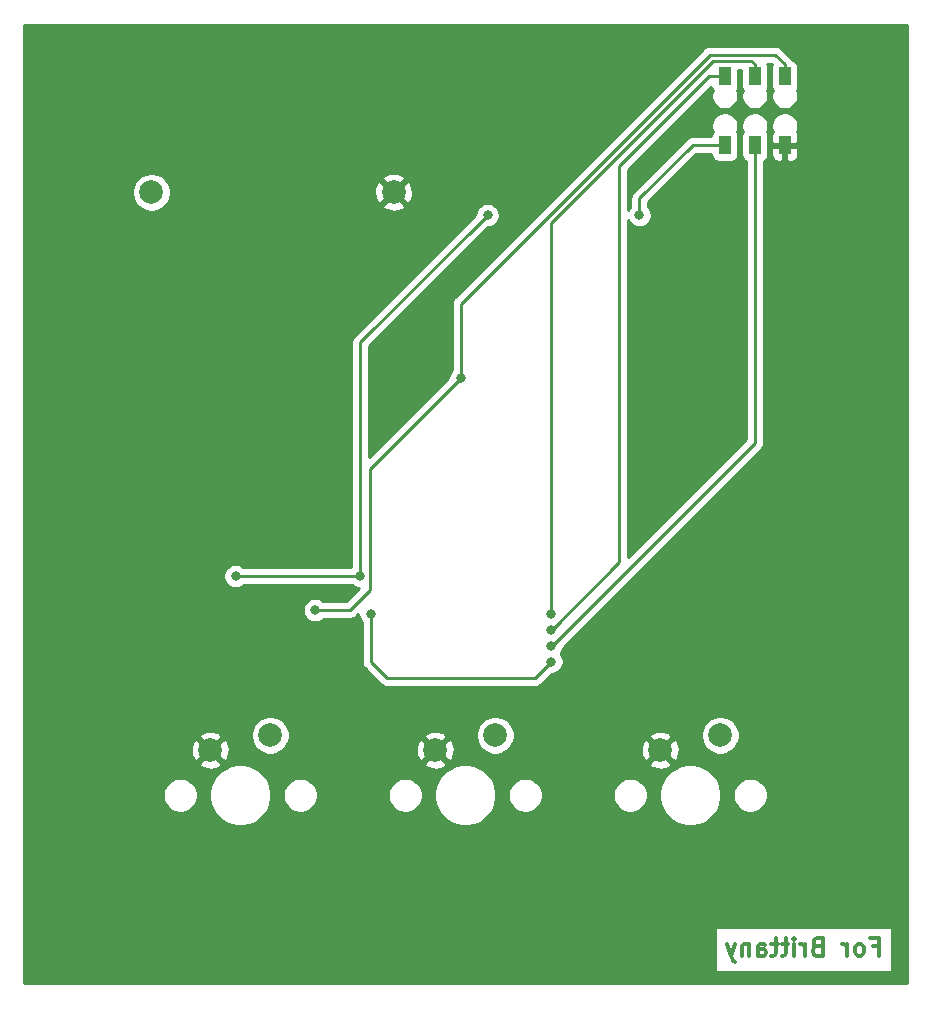
<source format=gbr>
G04 #@! TF.GenerationSoftware,KiCad,Pcbnew,(5.1.5)-3*
G04 #@! TF.CreationDate,2021-01-15T00:08:51-08:00*
G04 #@! TF.ProjectId,KHP2100,4b485032-3130-4302-9e6b-696361645f70,NC*
G04 #@! TF.SameCoordinates,Original*
G04 #@! TF.FileFunction,Copper,L2,Bot*
G04 #@! TF.FilePolarity,Positive*
%FSLAX46Y46*%
G04 Gerber Fmt 4.6, Leading zero omitted, Abs format (unit mm)*
G04 Created by KiCad (PCBNEW (5.1.5)-3) date 2021-01-15 00:08:51*
%MOMM*%
%LPD*%
G04 APERTURE LIST*
%ADD10C,0.300000*%
%ADD11C,2.000000*%
%ADD12R,1.000000X1.560000*%
%ADD13C,0.800000*%
%ADD14C,0.250000*%
%ADD15C,0.254000*%
G04 APERTURE END LIST*
D10*
X182641142Y-130982257D02*
X183141142Y-130982257D01*
X183141142Y-131767971D02*
X183141142Y-130267971D01*
X182426857Y-130267971D01*
X181641142Y-131767971D02*
X181784000Y-131696542D01*
X181855428Y-131625114D01*
X181926857Y-131482257D01*
X181926857Y-131053685D01*
X181855428Y-130910828D01*
X181784000Y-130839400D01*
X181641142Y-130767971D01*
X181426857Y-130767971D01*
X181284000Y-130839400D01*
X181212571Y-130910828D01*
X181141142Y-131053685D01*
X181141142Y-131482257D01*
X181212571Y-131625114D01*
X181284000Y-131696542D01*
X181426857Y-131767971D01*
X181641142Y-131767971D01*
X180498285Y-131767971D02*
X180498285Y-130767971D01*
X180498285Y-131053685D02*
X180426857Y-130910828D01*
X180355428Y-130839400D01*
X180212571Y-130767971D01*
X180069714Y-130767971D01*
X177926857Y-130982257D02*
X177712571Y-131053685D01*
X177641142Y-131125114D01*
X177569714Y-131267971D01*
X177569714Y-131482257D01*
X177641142Y-131625114D01*
X177712571Y-131696542D01*
X177855428Y-131767971D01*
X178426857Y-131767971D01*
X178426857Y-130267971D01*
X177926857Y-130267971D01*
X177784000Y-130339400D01*
X177712571Y-130410828D01*
X177641142Y-130553685D01*
X177641142Y-130696542D01*
X177712571Y-130839400D01*
X177784000Y-130910828D01*
X177926857Y-130982257D01*
X178426857Y-130982257D01*
X176926857Y-131767971D02*
X176926857Y-130767971D01*
X176926857Y-131053685D02*
X176855428Y-130910828D01*
X176784000Y-130839400D01*
X176641142Y-130767971D01*
X176498285Y-130767971D01*
X175998285Y-131767971D02*
X175998285Y-130767971D01*
X175998285Y-130267971D02*
X176069714Y-130339400D01*
X175998285Y-130410828D01*
X175926857Y-130339400D01*
X175998285Y-130267971D01*
X175998285Y-130410828D01*
X175498285Y-130767971D02*
X174926857Y-130767971D01*
X175284000Y-130267971D02*
X175284000Y-131553685D01*
X175212571Y-131696542D01*
X175069714Y-131767971D01*
X174926857Y-131767971D01*
X174641142Y-130767971D02*
X174069714Y-130767971D01*
X174426857Y-130267971D02*
X174426857Y-131553685D01*
X174355428Y-131696542D01*
X174212571Y-131767971D01*
X174069714Y-131767971D01*
X172926857Y-131767971D02*
X172926857Y-130982257D01*
X172998285Y-130839400D01*
X173141142Y-130767971D01*
X173426857Y-130767971D01*
X173569714Y-130839400D01*
X172926857Y-131696542D02*
X173069714Y-131767971D01*
X173426857Y-131767971D01*
X173569714Y-131696542D01*
X173641142Y-131553685D01*
X173641142Y-131410828D01*
X173569714Y-131267971D01*
X173426857Y-131196542D01*
X173069714Y-131196542D01*
X172926857Y-131125114D01*
X172212571Y-130767971D02*
X172212571Y-131767971D01*
X172212571Y-130910828D02*
X172141142Y-130839400D01*
X171998285Y-130767971D01*
X171784000Y-130767971D01*
X171641142Y-130839400D01*
X171569714Y-130982257D01*
X171569714Y-131767971D01*
X170998285Y-130767971D02*
X170641142Y-131767971D01*
X170284000Y-130767971D02*
X170641142Y-131767971D01*
X170784000Y-132125114D01*
X170855428Y-132196542D01*
X170998285Y-132267971D01*
D11*
X142082050Y-67126267D03*
X121582050Y-67126267D03*
D12*
X175198900Y-57318200D03*
X172658900Y-57318200D03*
X170118900Y-57318200D03*
X175198900Y-63128200D03*
X172658900Y-63128200D03*
X170118900Y-63128200D03*
D11*
X131643050Y-113093100D03*
X126563050Y-114363100D03*
X150693050Y-113093100D03*
X145613050Y-114363100D03*
X169737900Y-113093100D03*
X164657900Y-114363100D03*
D13*
X147753050Y-82878950D03*
X135432800Y-102501600D03*
X139268200Y-99618800D03*
X162897500Y-69062600D03*
X128710200Y-99618800D03*
X150037800Y-69062616D03*
X155448000Y-105505732D03*
X155448000Y-104153666D03*
X155448000Y-102801600D03*
X140131800Y-102801600D03*
X155448000Y-106857800D03*
D14*
X175198900Y-56288200D02*
X175198900Y-57318200D01*
X174384300Y-55473600D02*
X175198900Y-56288200D01*
X147753050Y-82878950D02*
X147753050Y-76554350D01*
X168833800Y-55473600D02*
X174384300Y-55473600D01*
X147753050Y-76554350D02*
X168833800Y-55473600D01*
X140106400Y-90525600D02*
X147753050Y-82878950D01*
X140106400Y-100761800D02*
X140106400Y-90525600D01*
X135432800Y-102501600D02*
X138366600Y-102501600D01*
X138366600Y-102501600D02*
X140106400Y-100761800D01*
X170118900Y-63128200D02*
X167402200Y-63128200D01*
X139268200Y-99618800D02*
X139268200Y-79832216D01*
X139268200Y-79832216D02*
X149637801Y-69462615D01*
X149637801Y-69462615D02*
X150037800Y-69062616D01*
X162897500Y-67632900D02*
X162897500Y-69037200D01*
X167411400Y-63119000D02*
X162897500Y-67632900D01*
X139268200Y-99618800D02*
X128710200Y-99618800D01*
X155504668Y-105505732D02*
X155448000Y-105505732D01*
X172658900Y-63128200D02*
X172658900Y-88351500D01*
X172658900Y-88351500D02*
X155504668Y-105505732D01*
X161188400Y-98450400D02*
X161188400Y-64897000D01*
X168767200Y-57318200D02*
X170118900Y-57318200D01*
X155448000Y-104153666D02*
X155485134Y-104153666D01*
X161188400Y-64897000D02*
X168767200Y-57318200D01*
X155485134Y-104153666D02*
X161188400Y-98450400D01*
X172658900Y-56288200D02*
X172658900Y-57318200D01*
X172377700Y-56007000D02*
X172658900Y-56288200D01*
X169138600Y-56007000D02*
X172377700Y-56007000D01*
X155448000Y-102743000D02*
X155448000Y-69697600D01*
X155448000Y-69697600D02*
X169138600Y-56007000D01*
X154076400Y-108229400D02*
X155448000Y-106857800D01*
X141503400Y-108229400D02*
X154076400Y-108229400D01*
X140131800Y-102801600D02*
X140131800Y-106857800D01*
X140131800Y-106857800D02*
X141503400Y-108229400D01*
D15*
G36*
X185543051Y-134113200D02*
G01*
X110763050Y-134113200D01*
X110763050Y-129299400D01*
X169284715Y-129299400D01*
X169284715Y-133119400D01*
X184283286Y-133119400D01*
X184283286Y-129299400D01*
X169284715Y-129299400D01*
X110763050Y-129299400D01*
X110763050Y-118026752D01*
X122537150Y-118026752D01*
X122537150Y-118319448D01*
X122594252Y-118606521D01*
X122706262Y-118876938D01*
X122868876Y-119120306D01*
X123075844Y-119327274D01*
X123319212Y-119489888D01*
X123589629Y-119601898D01*
X123876702Y-119659000D01*
X124169398Y-119659000D01*
X124456471Y-119601898D01*
X124726888Y-119489888D01*
X124970256Y-119327274D01*
X125177224Y-119120306D01*
X125339838Y-118876938D01*
X125451848Y-118606521D01*
X125508950Y-118319448D01*
X125508950Y-118026752D01*
X125486558Y-117914176D01*
X126474150Y-117914176D01*
X126474150Y-118432024D01*
X126575177Y-118939922D01*
X126773349Y-119418351D01*
X127061050Y-119848926D01*
X127427224Y-120215100D01*
X127857799Y-120502801D01*
X128336228Y-120700973D01*
X128844126Y-120802000D01*
X129361974Y-120802000D01*
X129869872Y-120700973D01*
X130348301Y-120502801D01*
X130778876Y-120215100D01*
X131145050Y-119848926D01*
X131432751Y-119418351D01*
X131630923Y-118939922D01*
X131731950Y-118432024D01*
X131731950Y-118026752D01*
X132697150Y-118026752D01*
X132697150Y-118319448D01*
X132754252Y-118606521D01*
X132866262Y-118876938D01*
X133028876Y-119120306D01*
X133235844Y-119327274D01*
X133479212Y-119489888D01*
X133749629Y-119601898D01*
X134036702Y-119659000D01*
X134329398Y-119659000D01*
X134616471Y-119601898D01*
X134886888Y-119489888D01*
X135130256Y-119327274D01*
X135337224Y-119120306D01*
X135499838Y-118876938D01*
X135611848Y-118606521D01*
X135668950Y-118319448D01*
X135668950Y-118026752D01*
X141587150Y-118026752D01*
X141587150Y-118319448D01*
X141644252Y-118606521D01*
X141756262Y-118876938D01*
X141918876Y-119120306D01*
X142125844Y-119327274D01*
X142369212Y-119489888D01*
X142639629Y-119601898D01*
X142926702Y-119659000D01*
X143219398Y-119659000D01*
X143506471Y-119601898D01*
X143776888Y-119489888D01*
X144020256Y-119327274D01*
X144227224Y-119120306D01*
X144389838Y-118876938D01*
X144501848Y-118606521D01*
X144558950Y-118319448D01*
X144558950Y-118026752D01*
X144536558Y-117914176D01*
X145524150Y-117914176D01*
X145524150Y-118432024D01*
X145625177Y-118939922D01*
X145823349Y-119418351D01*
X146111050Y-119848926D01*
X146477224Y-120215100D01*
X146907799Y-120502801D01*
X147386228Y-120700973D01*
X147894126Y-120802000D01*
X148411974Y-120802000D01*
X148919872Y-120700973D01*
X149398301Y-120502801D01*
X149828876Y-120215100D01*
X150195050Y-119848926D01*
X150482751Y-119418351D01*
X150680923Y-118939922D01*
X150781950Y-118432024D01*
X150781950Y-118026752D01*
X151747150Y-118026752D01*
X151747150Y-118319448D01*
X151804252Y-118606521D01*
X151916262Y-118876938D01*
X152078876Y-119120306D01*
X152285844Y-119327274D01*
X152529212Y-119489888D01*
X152799629Y-119601898D01*
X153086702Y-119659000D01*
X153379398Y-119659000D01*
X153666471Y-119601898D01*
X153936888Y-119489888D01*
X154180256Y-119327274D01*
X154387224Y-119120306D01*
X154549838Y-118876938D01*
X154661848Y-118606521D01*
X154718950Y-118319448D01*
X154718950Y-118026752D01*
X160632000Y-118026752D01*
X160632000Y-118319448D01*
X160689102Y-118606521D01*
X160801112Y-118876938D01*
X160963726Y-119120306D01*
X161170694Y-119327274D01*
X161414062Y-119489888D01*
X161684479Y-119601898D01*
X161971552Y-119659000D01*
X162264248Y-119659000D01*
X162551321Y-119601898D01*
X162821738Y-119489888D01*
X163065106Y-119327274D01*
X163272074Y-119120306D01*
X163434688Y-118876938D01*
X163546698Y-118606521D01*
X163603800Y-118319448D01*
X163603800Y-118026752D01*
X163581408Y-117914176D01*
X164569000Y-117914176D01*
X164569000Y-118432024D01*
X164670027Y-118939922D01*
X164868199Y-119418351D01*
X165155900Y-119848926D01*
X165522074Y-120215100D01*
X165952649Y-120502801D01*
X166431078Y-120700973D01*
X166938976Y-120802000D01*
X167456824Y-120802000D01*
X167964722Y-120700973D01*
X168443151Y-120502801D01*
X168873726Y-120215100D01*
X169239900Y-119848926D01*
X169527601Y-119418351D01*
X169725773Y-118939922D01*
X169826800Y-118432024D01*
X169826800Y-118026752D01*
X170792000Y-118026752D01*
X170792000Y-118319448D01*
X170849102Y-118606521D01*
X170961112Y-118876938D01*
X171123726Y-119120306D01*
X171330694Y-119327274D01*
X171574062Y-119489888D01*
X171844479Y-119601898D01*
X172131552Y-119659000D01*
X172424248Y-119659000D01*
X172711321Y-119601898D01*
X172981738Y-119489888D01*
X173225106Y-119327274D01*
X173432074Y-119120306D01*
X173594688Y-118876938D01*
X173706698Y-118606521D01*
X173763800Y-118319448D01*
X173763800Y-118026752D01*
X173706698Y-117739679D01*
X173594688Y-117469262D01*
X173432074Y-117225894D01*
X173225106Y-117018926D01*
X172981738Y-116856312D01*
X172711321Y-116744302D01*
X172424248Y-116687200D01*
X172131552Y-116687200D01*
X171844479Y-116744302D01*
X171574062Y-116856312D01*
X171330694Y-117018926D01*
X171123726Y-117225894D01*
X170961112Y-117469262D01*
X170849102Y-117739679D01*
X170792000Y-118026752D01*
X169826800Y-118026752D01*
X169826800Y-117914176D01*
X169725773Y-117406278D01*
X169527601Y-116927849D01*
X169239900Y-116497274D01*
X168873726Y-116131100D01*
X168443151Y-115843399D01*
X167964722Y-115645227D01*
X167456824Y-115544200D01*
X166938976Y-115544200D01*
X166431078Y-115645227D01*
X165952649Y-115843399D01*
X165522074Y-116131100D01*
X165155900Y-116497274D01*
X164868199Y-116927849D01*
X164670027Y-117406278D01*
X164569000Y-117914176D01*
X163581408Y-117914176D01*
X163546698Y-117739679D01*
X163434688Y-117469262D01*
X163272074Y-117225894D01*
X163065106Y-117018926D01*
X162821738Y-116856312D01*
X162551321Y-116744302D01*
X162264248Y-116687200D01*
X161971552Y-116687200D01*
X161684479Y-116744302D01*
X161414062Y-116856312D01*
X161170694Y-117018926D01*
X160963726Y-117225894D01*
X160801112Y-117469262D01*
X160689102Y-117739679D01*
X160632000Y-118026752D01*
X154718950Y-118026752D01*
X154661848Y-117739679D01*
X154549838Y-117469262D01*
X154387224Y-117225894D01*
X154180256Y-117018926D01*
X153936888Y-116856312D01*
X153666471Y-116744302D01*
X153379398Y-116687200D01*
X153086702Y-116687200D01*
X152799629Y-116744302D01*
X152529212Y-116856312D01*
X152285844Y-117018926D01*
X152078876Y-117225894D01*
X151916262Y-117469262D01*
X151804252Y-117739679D01*
X151747150Y-118026752D01*
X150781950Y-118026752D01*
X150781950Y-117914176D01*
X150680923Y-117406278D01*
X150482751Y-116927849D01*
X150195050Y-116497274D01*
X149828876Y-116131100D01*
X149398301Y-115843399D01*
X148919872Y-115645227D01*
X148411974Y-115544200D01*
X147894126Y-115544200D01*
X147386228Y-115645227D01*
X146907799Y-115843399D01*
X146477224Y-116131100D01*
X146111050Y-116497274D01*
X145823349Y-116927849D01*
X145625177Y-117406278D01*
X145524150Y-117914176D01*
X144536558Y-117914176D01*
X144501848Y-117739679D01*
X144389838Y-117469262D01*
X144227224Y-117225894D01*
X144020256Y-117018926D01*
X143776888Y-116856312D01*
X143506471Y-116744302D01*
X143219398Y-116687200D01*
X142926702Y-116687200D01*
X142639629Y-116744302D01*
X142369212Y-116856312D01*
X142125844Y-117018926D01*
X141918876Y-117225894D01*
X141756262Y-117469262D01*
X141644252Y-117739679D01*
X141587150Y-118026752D01*
X135668950Y-118026752D01*
X135611848Y-117739679D01*
X135499838Y-117469262D01*
X135337224Y-117225894D01*
X135130256Y-117018926D01*
X134886888Y-116856312D01*
X134616471Y-116744302D01*
X134329398Y-116687200D01*
X134036702Y-116687200D01*
X133749629Y-116744302D01*
X133479212Y-116856312D01*
X133235844Y-117018926D01*
X133028876Y-117225894D01*
X132866262Y-117469262D01*
X132754252Y-117739679D01*
X132697150Y-118026752D01*
X131731950Y-118026752D01*
X131731950Y-117914176D01*
X131630923Y-117406278D01*
X131432751Y-116927849D01*
X131145050Y-116497274D01*
X130778876Y-116131100D01*
X130348301Y-115843399D01*
X129869872Y-115645227D01*
X129361974Y-115544200D01*
X128844126Y-115544200D01*
X128336228Y-115645227D01*
X127857799Y-115843399D01*
X127427224Y-116131100D01*
X127061050Y-116497274D01*
X126773349Y-116927849D01*
X126575177Y-117406278D01*
X126474150Y-117914176D01*
X125486558Y-117914176D01*
X125451848Y-117739679D01*
X125339838Y-117469262D01*
X125177224Y-117225894D01*
X124970256Y-117018926D01*
X124726888Y-116856312D01*
X124456471Y-116744302D01*
X124169398Y-116687200D01*
X123876702Y-116687200D01*
X123589629Y-116744302D01*
X123319212Y-116856312D01*
X123075844Y-117018926D01*
X122868876Y-117225894D01*
X122706262Y-117469262D01*
X122594252Y-117739679D01*
X122537150Y-118026752D01*
X110763050Y-118026752D01*
X110763050Y-115498513D01*
X125607242Y-115498513D01*
X125703006Y-115762914D01*
X125992621Y-115903804D01*
X126304158Y-115985484D01*
X126625645Y-116004818D01*
X126944725Y-115961061D01*
X127249138Y-115855895D01*
X127423094Y-115762914D01*
X127518858Y-115498513D01*
X144657242Y-115498513D01*
X144753006Y-115762914D01*
X145042621Y-115903804D01*
X145354158Y-115985484D01*
X145675645Y-116004818D01*
X145994725Y-115961061D01*
X146299138Y-115855895D01*
X146473094Y-115762914D01*
X146568858Y-115498513D01*
X163702092Y-115498513D01*
X163797856Y-115762914D01*
X164087471Y-115903804D01*
X164399008Y-115985484D01*
X164720495Y-116004818D01*
X165039575Y-115961061D01*
X165343988Y-115855895D01*
X165517944Y-115762914D01*
X165613708Y-115498513D01*
X164657900Y-114542705D01*
X163702092Y-115498513D01*
X146568858Y-115498513D01*
X145613050Y-114542705D01*
X144657242Y-115498513D01*
X127518858Y-115498513D01*
X126563050Y-114542705D01*
X125607242Y-115498513D01*
X110763050Y-115498513D01*
X110763050Y-114425695D01*
X124921332Y-114425695D01*
X124965089Y-114744775D01*
X125070255Y-115049188D01*
X125163236Y-115223144D01*
X125427637Y-115318908D01*
X126383445Y-114363100D01*
X126742655Y-114363100D01*
X127698463Y-115318908D01*
X127962864Y-115223144D01*
X128103754Y-114933529D01*
X128185434Y-114621992D01*
X128204768Y-114300505D01*
X128161011Y-113981425D01*
X128055845Y-113677012D01*
X127962864Y-113503056D01*
X127698463Y-113407292D01*
X126742655Y-114363100D01*
X126383445Y-114363100D01*
X125427637Y-113407292D01*
X125163236Y-113503056D01*
X125022346Y-113792671D01*
X124940666Y-114104208D01*
X124921332Y-114425695D01*
X110763050Y-114425695D01*
X110763050Y-113227687D01*
X125607242Y-113227687D01*
X126563050Y-114183495D01*
X127518858Y-113227687D01*
X127423094Y-112963286D01*
X127358920Y-112932067D01*
X130008050Y-112932067D01*
X130008050Y-113254133D01*
X130070882Y-113570012D01*
X130194132Y-113867563D01*
X130373063Y-114135352D01*
X130600798Y-114363087D01*
X130868587Y-114542018D01*
X131166138Y-114665268D01*
X131482017Y-114728100D01*
X131804083Y-114728100D01*
X132119962Y-114665268D01*
X132417513Y-114542018D01*
X132591602Y-114425695D01*
X143971332Y-114425695D01*
X144015089Y-114744775D01*
X144120255Y-115049188D01*
X144213236Y-115223144D01*
X144477637Y-115318908D01*
X145433445Y-114363100D01*
X145792655Y-114363100D01*
X146748463Y-115318908D01*
X147012864Y-115223144D01*
X147153754Y-114933529D01*
X147235434Y-114621992D01*
X147254768Y-114300505D01*
X147211011Y-113981425D01*
X147105845Y-113677012D01*
X147012864Y-113503056D01*
X146748463Y-113407292D01*
X145792655Y-114363100D01*
X145433445Y-114363100D01*
X144477637Y-113407292D01*
X144213236Y-113503056D01*
X144072346Y-113792671D01*
X143990666Y-114104208D01*
X143971332Y-114425695D01*
X132591602Y-114425695D01*
X132685302Y-114363087D01*
X132913037Y-114135352D01*
X133091968Y-113867563D01*
X133215218Y-113570012D01*
X133278050Y-113254133D01*
X133278050Y-113227687D01*
X144657242Y-113227687D01*
X145613050Y-114183495D01*
X146568858Y-113227687D01*
X146473094Y-112963286D01*
X146408920Y-112932067D01*
X149058050Y-112932067D01*
X149058050Y-113254133D01*
X149120882Y-113570012D01*
X149244132Y-113867563D01*
X149423063Y-114135352D01*
X149650798Y-114363087D01*
X149918587Y-114542018D01*
X150216138Y-114665268D01*
X150532017Y-114728100D01*
X150854083Y-114728100D01*
X151169962Y-114665268D01*
X151467513Y-114542018D01*
X151641602Y-114425695D01*
X163016182Y-114425695D01*
X163059939Y-114744775D01*
X163165105Y-115049188D01*
X163258086Y-115223144D01*
X163522487Y-115318908D01*
X164478295Y-114363100D01*
X164837505Y-114363100D01*
X165793313Y-115318908D01*
X166057714Y-115223144D01*
X166198604Y-114933529D01*
X166280284Y-114621992D01*
X166299618Y-114300505D01*
X166255861Y-113981425D01*
X166150695Y-113677012D01*
X166057714Y-113503056D01*
X165793313Y-113407292D01*
X164837505Y-114363100D01*
X164478295Y-114363100D01*
X163522487Y-113407292D01*
X163258086Y-113503056D01*
X163117196Y-113792671D01*
X163035516Y-114104208D01*
X163016182Y-114425695D01*
X151641602Y-114425695D01*
X151735302Y-114363087D01*
X151963037Y-114135352D01*
X152141968Y-113867563D01*
X152265218Y-113570012D01*
X152328050Y-113254133D01*
X152328050Y-113227687D01*
X163702092Y-113227687D01*
X164657900Y-114183495D01*
X165613708Y-113227687D01*
X165517944Y-112963286D01*
X165453770Y-112932067D01*
X168102900Y-112932067D01*
X168102900Y-113254133D01*
X168165732Y-113570012D01*
X168288982Y-113867563D01*
X168467913Y-114135352D01*
X168695648Y-114363087D01*
X168963437Y-114542018D01*
X169260988Y-114665268D01*
X169576867Y-114728100D01*
X169898933Y-114728100D01*
X170214812Y-114665268D01*
X170512363Y-114542018D01*
X170780152Y-114363087D01*
X171007887Y-114135352D01*
X171186818Y-113867563D01*
X171310068Y-113570012D01*
X171372900Y-113254133D01*
X171372900Y-112932067D01*
X171310068Y-112616188D01*
X171186818Y-112318637D01*
X171007887Y-112050848D01*
X170780152Y-111823113D01*
X170512363Y-111644182D01*
X170214812Y-111520932D01*
X169898933Y-111458100D01*
X169576867Y-111458100D01*
X169260988Y-111520932D01*
X168963437Y-111644182D01*
X168695648Y-111823113D01*
X168467913Y-112050848D01*
X168288982Y-112318637D01*
X168165732Y-112616188D01*
X168102900Y-112932067D01*
X165453770Y-112932067D01*
X165228329Y-112822396D01*
X164916792Y-112740716D01*
X164595305Y-112721382D01*
X164276225Y-112765139D01*
X163971812Y-112870305D01*
X163797856Y-112963286D01*
X163702092Y-113227687D01*
X152328050Y-113227687D01*
X152328050Y-112932067D01*
X152265218Y-112616188D01*
X152141968Y-112318637D01*
X151963037Y-112050848D01*
X151735302Y-111823113D01*
X151467513Y-111644182D01*
X151169962Y-111520932D01*
X150854083Y-111458100D01*
X150532017Y-111458100D01*
X150216138Y-111520932D01*
X149918587Y-111644182D01*
X149650798Y-111823113D01*
X149423063Y-112050848D01*
X149244132Y-112318637D01*
X149120882Y-112616188D01*
X149058050Y-112932067D01*
X146408920Y-112932067D01*
X146183479Y-112822396D01*
X145871942Y-112740716D01*
X145550455Y-112721382D01*
X145231375Y-112765139D01*
X144926962Y-112870305D01*
X144753006Y-112963286D01*
X144657242Y-113227687D01*
X133278050Y-113227687D01*
X133278050Y-112932067D01*
X133215218Y-112616188D01*
X133091968Y-112318637D01*
X132913037Y-112050848D01*
X132685302Y-111823113D01*
X132417513Y-111644182D01*
X132119962Y-111520932D01*
X131804083Y-111458100D01*
X131482017Y-111458100D01*
X131166138Y-111520932D01*
X130868587Y-111644182D01*
X130600798Y-111823113D01*
X130373063Y-112050848D01*
X130194132Y-112318637D01*
X130070882Y-112616188D01*
X130008050Y-112932067D01*
X127358920Y-112932067D01*
X127133479Y-112822396D01*
X126821942Y-112740716D01*
X126500455Y-112721382D01*
X126181375Y-112765139D01*
X125876962Y-112870305D01*
X125703006Y-112963286D01*
X125607242Y-113227687D01*
X110763050Y-113227687D01*
X110763050Y-99516861D01*
X127675200Y-99516861D01*
X127675200Y-99720739D01*
X127714974Y-99920698D01*
X127792995Y-100109056D01*
X127906263Y-100278574D01*
X128050426Y-100422737D01*
X128219944Y-100536005D01*
X128408302Y-100614026D01*
X128608261Y-100653800D01*
X128812139Y-100653800D01*
X129012098Y-100614026D01*
X129200456Y-100536005D01*
X129369974Y-100422737D01*
X129413911Y-100378800D01*
X138564489Y-100378800D01*
X138608426Y-100422737D01*
X138777944Y-100536005D01*
X138966302Y-100614026D01*
X139144022Y-100649376D01*
X138051799Y-101741600D01*
X136136511Y-101741600D01*
X136092574Y-101697663D01*
X135923056Y-101584395D01*
X135734698Y-101506374D01*
X135534739Y-101466600D01*
X135330861Y-101466600D01*
X135130902Y-101506374D01*
X134942544Y-101584395D01*
X134773026Y-101697663D01*
X134628863Y-101841826D01*
X134515595Y-102011344D01*
X134437574Y-102199702D01*
X134397800Y-102399661D01*
X134397800Y-102603539D01*
X134437574Y-102803498D01*
X134515595Y-102991856D01*
X134628863Y-103161374D01*
X134773026Y-103305537D01*
X134942544Y-103418805D01*
X135130902Y-103496826D01*
X135330861Y-103536600D01*
X135534739Y-103536600D01*
X135734698Y-103496826D01*
X135923056Y-103418805D01*
X136092574Y-103305537D01*
X136136511Y-103261600D01*
X138329278Y-103261600D01*
X138366600Y-103265276D01*
X138403922Y-103261600D01*
X138403933Y-103261600D01*
X138515586Y-103250603D01*
X138658847Y-103207146D01*
X138790876Y-103136574D01*
X138906601Y-103041601D01*
X138930404Y-103012597D01*
X139096800Y-102846201D01*
X139096800Y-102903539D01*
X139136574Y-103103498D01*
X139214595Y-103291856D01*
X139327863Y-103461374D01*
X139371800Y-103505311D01*
X139371801Y-106820468D01*
X139368124Y-106857800D01*
X139371801Y-106895133D01*
X139382798Y-107006786D01*
X139395980Y-107050242D01*
X139426254Y-107150046D01*
X139496826Y-107282076D01*
X139550975Y-107348056D01*
X139591800Y-107397801D01*
X139620798Y-107421599D01*
X140939601Y-108740403D01*
X140963399Y-108769401D01*
X141079124Y-108864374D01*
X141211153Y-108934946D01*
X141354414Y-108978403D01*
X141466067Y-108989400D01*
X141466076Y-108989400D01*
X141503399Y-108993076D01*
X141540722Y-108989400D01*
X154039078Y-108989400D01*
X154076400Y-108993076D01*
X154113722Y-108989400D01*
X154113733Y-108989400D01*
X154225386Y-108978403D01*
X154368647Y-108934946D01*
X154500676Y-108864374D01*
X154616401Y-108769401D01*
X154640204Y-108740397D01*
X155487802Y-107892800D01*
X155549939Y-107892800D01*
X155749898Y-107853026D01*
X155938256Y-107775005D01*
X156107774Y-107661737D01*
X156251937Y-107517574D01*
X156365205Y-107348056D01*
X156443226Y-107159698D01*
X156483000Y-106959739D01*
X156483000Y-106755861D01*
X156443226Y-106555902D01*
X156365205Y-106367544D01*
X156251937Y-106198026D01*
X156235677Y-106181766D01*
X156251937Y-106165506D01*
X156365205Y-105995988D01*
X156443226Y-105807630D01*
X156483000Y-105607671D01*
X156483000Y-105602201D01*
X173169903Y-88915299D01*
X173198901Y-88891501D01*
X173293874Y-88775776D01*
X173364446Y-88643747D01*
X173407903Y-88500486D01*
X173418900Y-88388833D01*
X173422577Y-88351500D01*
X173418900Y-88314167D01*
X173418900Y-64489246D01*
X173513394Y-64438737D01*
X173610085Y-64359385D01*
X173689437Y-64262694D01*
X173748402Y-64152380D01*
X173784712Y-64032682D01*
X173796972Y-63908200D01*
X174060828Y-63908200D01*
X174073088Y-64032682D01*
X174109398Y-64152380D01*
X174168363Y-64262694D01*
X174247715Y-64359385D01*
X174344406Y-64438737D01*
X174454720Y-64497702D01*
X174574418Y-64534012D01*
X174698900Y-64546272D01*
X174913150Y-64543200D01*
X175071900Y-64384450D01*
X175071900Y-63255200D01*
X175325900Y-63255200D01*
X175325900Y-64384450D01*
X175484650Y-64543200D01*
X175698900Y-64546272D01*
X175823382Y-64534012D01*
X175943080Y-64497702D01*
X176053394Y-64438737D01*
X176150085Y-64359385D01*
X176229437Y-64262694D01*
X176288402Y-64152380D01*
X176324712Y-64032682D01*
X176336972Y-63908200D01*
X176333900Y-63413950D01*
X176175150Y-63255200D01*
X175325900Y-63255200D01*
X175071900Y-63255200D01*
X174222650Y-63255200D01*
X174063900Y-63413950D01*
X174060828Y-63908200D01*
X173796972Y-63908200D01*
X173796972Y-62348200D01*
X173784712Y-62223718D01*
X173748402Y-62104020D01*
X173690274Y-61995272D01*
X173759898Y-61827184D01*
X173803900Y-61605973D01*
X173803900Y-61380427D01*
X174053900Y-61380427D01*
X174053900Y-61605973D01*
X174097902Y-61827184D01*
X174167526Y-61995272D01*
X174109398Y-62104020D01*
X174073088Y-62223718D01*
X174060828Y-62348200D01*
X174063900Y-62842450D01*
X174222650Y-63001200D01*
X175071900Y-63001200D01*
X175071900Y-62981200D01*
X175325900Y-62981200D01*
X175325900Y-63001200D01*
X176175150Y-63001200D01*
X176333900Y-62842450D01*
X176336972Y-62348200D01*
X176324712Y-62223718D01*
X176288402Y-62104020D01*
X176230274Y-61995272D01*
X176299898Y-61827184D01*
X176343900Y-61605973D01*
X176343900Y-61380427D01*
X176299898Y-61159216D01*
X176213586Y-60950839D01*
X176088279Y-60763305D01*
X175928795Y-60603821D01*
X175741261Y-60478514D01*
X175532884Y-60392202D01*
X175311673Y-60348200D01*
X175086127Y-60348200D01*
X174864916Y-60392202D01*
X174656539Y-60478514D01*
X174469005Y-60603821D01*
X174309521Y-60763305D01*
X174184214Y-60950839D01*
X174097902Y-61159216D01*
X174053900Y-61380427D01*
X173803900Y-61380427D01*
X173759898Y-61159216D01*
X173673586Y-60950839D01*
X173548279Y-60763305D01*
X173388795Y-60603821D01*
X173201261Y-60478514D01*
X172992884Y-60392202D01*
X172771673Y-60348200D01*
X172546127Y-60348200D01*
X172324916Y-60392202D01*
X172116539Y-60478514D01*
X171929005Y-60603821D01*
X171769521Y-60763305D01*
X171644214Y-60950839D01*
X171557902Y-61159216D01*
X171513900Y-61380427D01*
X171513900Y-61605973D01*
X171557902Y-61827184D01*
X171627526Y-61995272D01*
X171569398Y-62104020D01*
X171533088Y-62223718D01*
X171520828Y-62348200D01*
X171520828Y-63908200D01*
X171533088Y-64032682D01*
X171569398Y-64152380D01*
X171628363Y-64262694D01*
X171707715Y-64359385D01*
X171804406Y-64438737D01*
X171898900Y-64489246D01*
X171898901Y-88036697D01*
X161948400Y-97987199D01*
X161948400Y-69475855D01*
X161980295Y-69552856D01*
X162093563Y-69722374D01*
X162237726Y-69866537D01*
X162407244Y-69979805D01*
X162595602Y-70057826D01*
X162795561Y-70097600D01*
X162999439Y-70097600D01*
X163199398Y-70057826D01*
X163387756Y-69979805D01*
X163557274Y-69866537D01*
X163701437Y-69722374D01*
X163814705Y-69552856D01*
X163892726Y-69364498D01*
X163932500Y-69164539D01*
X163932500Y-68960661D01*
X163892726Y-68760702D01*
X163814705Y-68572344D01*
X163701437Y-68402826D01*
X163657500Y-68358889D01*
X163657500Y-67947701D01*
X167717002Y-63888200D01*
X168980828Y-63888200D01*
X168980828Y-63908200D01*
X168993088Y-64032682D01*
X169029398Y-64152380D01*
X169088363Y-64262694D01*
X169167715Y-64359385D01*
X169264406Y-64438737D01*
X169374720Y-64497702D01*
X169494418Y-64534012D01*
X169618900Y-64546272D01*
X170618900Y-64546272D01*
X170743382Y-64534012D01*
X170863080Y-64497702D01*
X170973394Y-64438737D01*
X171070085Y-64359385D01*
X171149437Y-64262694D01*
X171208402Y-64152380D01*
X171244712Y-64032682D01*
X171256972Y-63908200D01*
X171256972Y-62348200D01*
X171244712Y-62223718D01*
X171208402Y-62104020D01*
X171150274Y-61995272D01*
X171219898Y-61827184D01*
X171263900Y-61605973D01*
X171263900Y-61380427D01*
X171219898Y-61159216D01*
X171133586Y-60950839D01*
X171008279Y-60763305D01*
X170848795Y-60603821D01*
X170661261Y-60478514D01*
X170452884Y-60392202D01*
X170231673Y-60348200D01*
X170006127Y-60348200D01*
X169784916Y-60392202D01*
X169576539Y-60478514D01*
X169389005Y-60603821D01*
X169229521Y-60763305D01*
X169104214Y-60950839D01*
X169017902Y-61159216D01*
X168973900Y-61380427D01*
X168973900Y-61605973D01*
X169017902Y-61827184D01*
X169087526Y-61995272D01*
X169029398Y-62104020D01*
X168993088Y-62223718D01*
X168980828Y-62348200D01*
X168980828Y-62368200D01*
X167542141Y-62368200D01*
X167411400Y-62355323D01*
X167262414Y-62369997D01*
X167119153Y-62413454D01*
X166987124Y-62484026D01*
X166900397Y-62555201D01*
X166891197Y-62564401D01*
X166862199Y-62588199D01*
X166838401Y-62617197D01*
X162386503Y-67069096D01*
X162357499Y-67092899D01*
X162330115Y-67126267D01*
X162262526Y-67208624D01*
X162191955Y-67340653D01*
X162191954Y-67340654D01*
X162148497Y-67483915D01*
X162137500Y-67595568D01*
X162137500Y-67595578D01*
X162133824Y-67632900D01*
X162137500Y-67670223D01*
X162137501Y-68358888D01*
X162093563Y-68402826D01*
X161980295Y-68572344D01*
X161948400Y-68649345D01*
X161948400Y-65211801D01*
X168988106Y-58172096D01*
X168993088Y-58222682D01*
X169029398Y-58342380D01*
X169087526Y-58451128D01*
X169017902Y-58619216D01*
X168973900Y-58840427D01*
X168973900Y-59065973D01*
X169017902Y-59287184D01*
X169104214Y-59495561D01*
X169229521Y-59683095D01*
X169389005Y-59842579D01*
X169576539Y-59967886D01*
X169784916Y-60054198D01*
X170006127Y-60098200D01*
X170231673Y-60098200D01*
X170452884Y-60054198D01*
X170661261Y-59967886D01*
X170848795Y-59842579D01*
X171008279Y-59683095D01*
X171133586Y-59495561D01*
X171219898Y-59287184D01*
X171263900Y-59065973D01*
X171263900Y-58840427D01*
X171219898Y-58619216D01*
X171150274Y-58451128D01*
X171208402Y-58342380D01*
X171244712Y-58222682D01*
X171256972Y-58098200D01*
X171256972Y-56767000D01*
X171520828Y-56767000D01*
X171520828Y-58098200D01*
X171533088Y-58222682D01*
X171569398Y-58342380D01*
X171627526Y-58451128D01*
X171557902Y-58619216D01*
X171513900Y-58840427D01*
X171513900Y-59065973D01*
X171557902Y-59287184D01*
X171644214Y-59495561D01*
X171769521Y-59683095D01*
X171929005Y-59842579D01*
X172116539Y-59967886D01*
X172324916Y-60054198D01*
X172546127Y-60098200D01*
X172771673Y-60098200D01*
X172992884Y-60054198D01*
X173201261Y-59967886D01*
X173388795Y-59842579D01*
X173548279Y-59683095D01*
X173673586Y-59495561D01*
X173759898Y-59287184D01*
X173803900Y-59065973D01*
X173803900Y-58840427D01*
X173759898Y-58619216D01*
X173690274Y-58451128D01*
X173748402Y-58342380D01*
X173784712Y-58222682D01*
X173796972Y-58098200D01*
X173796972Y-56538200D01*
X173784712Y-56413718D01*
X173748402Y-56294020D01*
X173716106Y-56233600D01*
X174069499Y-56233600D01*
X174116546Y-56280647D01*
X174109398Y-56294020D01*
X174073088Y-56413718D01*
X174060828Y-56538200D01*
X174060828Y-58098200D01*
X174073088Y-58222682D01*
X174109398Y-58342380D01*
X174167526Y-58451128D01*
X174097902Y-58619216D01*
X174053900Y-58840427D01*
X174053900Y-59065973D01*
X174097902Y-59287184D01*
X174184214Y-59495561D01*
X174309521Y-59683095D01*
X174469005Y-59842579D01*
X174656539Y-59967886D01*
X174864916Y-60054198D01*
X175086127Y-60098200D01*
X175311673Y-60098200D01*
X175532884Y-60054198D01*
X175741261Y-59967886D01*
X175928795Y-59842579D01*
X176088279Y-59683095D01*
X176213586Y-59495561D01*
X176299898Y-59287184D01*
X176343900Y-59065973D01*
X176343900Y-58840427D01*
X176299898Y-58619216D01*
X176230274Y-58451128D01*
X176288402Y-58342380D01*
X176324712Y-58222682D01*
X176336972Y-58098200D01*
X176336972Y-56538200D01*
X176324712Y-56413718D01*
X176288402Y-56294020D01*
X176229437Y-56183706D01*
X176150085Y-56087015D01*
X176053394Y-56007663D01*
X175943080Y-55948698D01*
X175866823Y-55925566D01*
X175833874Y-55863924D01*
X175738901Y-55748199D01*
X175709904Y-55724402D01*
X174948103Y-54962602D01*
X174924301Y-54933599D01*
X174808576Y-54838626D01*
X174676547Y-54768054D01*
X174533286Y-54724597D01*
X174421633Y-54713600D01*
X174421622Y-54713600D01*
X174384300Y-54709924D01*
X174346978Y-54713600D01*
X168871133Y-54713600D01*
X168833800Y-54709923D01*
X168796467Y-54713600D01*
X168684814Y-54724597D01*
X168541553Y-54768054D01*
X168409524Y-54838626D01*
X168293799Y-54933599D01*
X168270001Y-54962597D01*
X147242048Y-75990551D01*
X147213050Y-76014349D01*
X147189252Y-76043347D01*
X147189251Y-76043348D01*
X147118076Y-76130074D01*
X147047504Y-76262104D01*
X147004048Y-76405365D01*
X146989374Y-76554350D01*
X146993051Y-76591682D01*
X146993050Y-82175239D01*
X146949113Y-82219176D01*
X146835845Y-82388694D01*
X146757824Y-82577052D01*
X146718050Y-82777011D01*
X146718050Y-82839148D01*
X140028200Y-89528999D01*
X140028200Y-80147017D01*
X150077602Y-70097616D01*
X150139739Y-70097616D01*
X150339698Y-70057842D01*
X150528056Y-69979821D01*
X150697574Y-69866553D01*
X150841737Y-69722390D01*
X150955005Y-69552872D01*
X151033026Y-69364514D01*
X151072800Y-69164555D01*
X151072800Y-68960677D01*
X151033026Y-68760718D01*
X150955005Y-68572360D01*
X150841737Y-68402842D01*
X150697574Y-68258679D01*
X150528056Y-68145411D01*
X150339698Y-68067390D01*
X150139739Y-68027616D01*
X149935861Y-68027616D01*
X149735902Y-68067390D01*
X149547544Y-68145411D01*
X149378026Y-68258679D01*
X149233863Y-68402842D01*
X149120595Y-68572360D01*
X149042574Y-68760718D01*
X149002800Y-68960677D01*
X149002800Y-69022814D01*
X138757198Y-79268417D01*
X138728200Y-79292215D01*
X138704402Y-79321213D01*
X138704401Y-79321214D01*
X138633226Y-79407940D01*
X138562654Y-79539970D01*
X138519198Y-79683231D01*
X138504524Y-79832216D01*
X138508201Y-79869549D01*
X138508200Y-98858800D01*
X129413911Y-98858800D01*
X129369974Y-98814863D01*
X129200456Y-98701595D01*
X129012098Y-98623574D01*
X128812139Y-98583800D01*
X128608261Y-98583800D01*
X128408302Y-98623574D01*
X128219944Y-98701595D01*
X128050426Y-98814863D01*
X127906263Y-98959026D01*
X127792995Y-99128544D01*
X127714974Y-99316902D01*
X127675200Y-99516861D01*
X110763050Y-99516861D01*
X110763050Y-66965234D01*
X119947050Y-66965234D01*
X119947050Y-67287300D01*
X120009882Y-67603179D01*
X120133132Y-67900730D01*
X120312063Y-68168519D01*
X120539798Y-68396254D01*
X120807587Y-68575185D01*
X121105138Y-68698435D01*
X121421017Y-68761267D01*
X121743083Y-68761267D01*
X122058962Y-68698435D01*
X122356513Y-68575185D01*
X122624302Y-68396254D01*
X122758876Y-68261680D01*
X141126242Y-68261680D01*
X141222006Y-68526081D01*
X141511621Y-68666971D01*
X141823158Y-68748651D01*
X142144645Y-68767985D01*
X142463725Y-68724228D01*
X142768138Y-68619062D01*
X142942094Y-68526081D01*
X143037858Y-68261680D01*
X142082050Y-67305872D01*
X141126242Y-68261680D01*
X122758876Y-68261680D01*
X122852037Y-68168519D01*
X123030968Y-67900730D01*
X123154218Y-67603179D01*
X123217050Y-67287300D01*
X123217050Y-67188862D01*
X140440332Y-67188862D01*
X140484089Y-67507942D01*
X140589255Y-67812355D01*
X140682236Y-67986311D01*
X140946637Y-68082075D01*
X141902445Y-67126267D01*
X142261655Y-67126267D01*
X143217463Y-68082075D01*
X143481864Y-67986311D01*
X143622754Y-67696696D01*
X143704434Y-67385159D01*
X143723768Y-67063672D01*
X143680011Y-66744592D01*
X143574845Y-66440179D01*
X143481864Y-66266223D01*
X143217463Y-66170459D01*
X142261655Y-67126267D01*
X141902445Y-67126267D01*
X140946637Y-66170459D01*
X140682236Y-66266223D01*
X140541346Y-66555838D01*
X140459666Y-66867375D01*
X140440332Y-67188862D01*
X123217050Y-67188862D01*
X123217050Y-66965234D01*
X123154218Y-66649355D01*
X123030968Y-66351804D01*
X122852037Y-66084015D01*
X122758876Y-65990854D01*
X141126242Y-65990854D01*
X142082050Y-66946662D01*
X143037858Y-65990854D01*
X142942094Y-65726453D01*
X142652479Y-65585563D01*
X142340942Y-65503883D01*
X142019455Y-65484549D01*
X141700375Y-65528306D01*
X141395962Y-65633472D01*
X141222006Y-65726453D01*
X141126242Y-65990854D01*
X122758876Y-65990854D01*
X122624302Y-65856280D01*
X122356513Y-65677349D01*
X122058962Y-65554099D01*
X121743083Y-65491267D01*
X121421017Y-65491267D01*
X121105138Y-65554099D01*
X120807587Y-65677349D01*
X120539798Y-65856280D01*
X120312063Y-66084015D01*
X120133132Y-66351804D01*
X120009882Y-66649355D01*
X119947050Y-66965234D01*
X110763050Y-66965234D01*
X110763050Y-52983200D01*
X185543050Y-52983200D01*
X185543051Y-134113200D01*
G37*
X185543051Y-134113200D02*
X110763050Y-134113200D01*
X110763050Y-129299400D01*
X169284715Y-129299400D01*
X169284715Y-133119400D01*
X184283286Y-133119400D01*
X184283286Y-129299400D01*
X169284715Y-129299400D01*
X110763050Y-129299400D01*
X110763050Y-118026752D01*
X122537150Y-118026752D01*
X122537150Y-118319448D01*
X122594252Y-118606521D01*
X122706262Y-118876938D01*
X122868876Y-119120306D01*
X123075844Y-119327274D01*
X123319212Y-119489888D01*
X123589629Y-119601898D01*
X123876702Y-119659000D01*
X124169398Y-119659000D01*
X124456471Y-119601898D01*
X124726888Y-119489888D01*
X124970256Y-119327274D01*
X125177224Y-119120306D01*
X125339838Y-118876938D01*
X125451848Y-118606521D01*
X125508950Y-118319448D01*
X125508950Y-118026752D01*
X125486558Y-117914176D01*
X126474150Y-117914176D01*
X126474150Y-118432024D01*
X126575177Y-118939922D01*
X126773349Y-119418351D01*
X127061050Y-119848926D01*
X127427224Y-120215100D01*
X127857799Y-120502801D01*
X128336228Y-120700973D01*
X128844126Y-120802000D01*
X129361974Y-120802000D01*
X129869872Y-120700973D01*
X130348301Y-120502801D01*
X130778876Y-120215100D01*
X131145050Y-119848926D01*
X131432751Y-119418351D01*
X131630923Y-118939922D01*
X131731950Y-118432024D01*
X131731950Y-118026752D01*
X132697150Y-118026752D01*
X132697150Y-118319448D01*
X132754252Y-118606521D01*
X132866262Y-118876938D01*
X133028876Y-119120306D01*
X133235844Y-119327274D01*
X133479212Y-119489888D01*
X133749629Y-119601898D01*
X134036702Y-119659000D01*
X134329398Y-119659000D01*
X134616471Y-119601898D01*
X134886888Y-119489888D01*
X135130256Y-119327274D01*
X135337224Y-119120306D01*
X135499838Y-118876938D01*
X135611848Y-118606521D01*
X135668950Y-118319448D01*
X135668950Y-118026752D01*
X141587150Y-118026752D01*
X141587150Y-118319448D01*
X141644252Y-118606521D01*
X141756262Y-118876938D01*
X141918876Y-119120306D01*
X142125844Y-119327274D01*
X142369212Y-119489888D01*
X142639629Y-119601898D01*
X142926702Y-119659000D01*
X143219398Y-119659000D01*
X143506471Y-119601898D01*
X143776888Y-119489888D01*
X144020256Y-119327274D01*
X144227224Y-119120306D01*
X144389838Y-118876938D01*
X144501848Y-118606521D01*
X144558950Y-118319448D01*
X144558950Y-118026752D01*
X144536558Y-117914176D01*
X145524150Y-117914176D01*
X145524150Y-118432024D01*
X145625177Y-118939922D01*
X145823349Y-119418351D01*
X146111050Y-119848926D01*
X146477224Y-120215100D01*
X146907799Y-120502801D01*
X147386228Y-120700973D01*
X147894126Y-120802000D01*
X148411974Y-120802000D01*
X148919872Y-120700973D01*
X149398301Y-120502801D01*
X149828876Y-120215100D01*
X150195050Y-119848926D01*
X150482751Y-119418351D01*
X150680923Y-118939922D01*
X150781950Y-118432024D01*
X150781950Y-118026752D01*
X151747150Y-118026752D01*
X151747150Y-118319448D01*
X151804252Y-118606521D01*
X151916262Y-118876938D01*
X152078876Y-119120306D01*
X152285844Y-119327274D01*
X152529212Y-119489888D01*
X152799629Y-119601898D01*
X153086702Y-119659000D01*
X153379398Y-119659000D01*
X153666471Y-119601898D01*
X153936888Y-119489888D01*
X154180256Y-119327274D01*
X154387224Y-119120306D01*
X154549838Y-118876938D01*
X154661848Y-118606521D01*
X154718950Y-118319448D01*
X154718950Y-118026752D01*
X160632000Y-118026752D01*
X160632000Y-118319448D01*
X160689102Y-118606521D01*
X160801112Y-118876938D01*
X160963726Y-119120306D01*
X161170694Y-119327274D01*
X161414062Y-119489888D01*
X161684479Y-119601898D01*
X161971552Y-119659000D01*
X162264248Y-119659000D01*
X162551321Y-119601898D01*
X162821738Y-119489888D01*
X163065106Y-119327274D01*
X163272074Y-119120306D01*
X163434688Y-118876938D01*
X163546698Y-118606521D01*
X163603800Y-118319448D01*
X163603800Y-118026752D01*
X163581408Y-117914176D01*
X164569000Y-117914176D01*
X164569000Y-118432024D01*
X164670027Y-118939922D01*
X164868199Y-119418351D01*
X165155900Y-119848926D01*
X165522074Y-120215100D01*
X165952649Y-120502801D01*
X166431078Y-120700973D01*
X166938976Y-120802000D01*
X167456824Y-120802000D01*
X167964722Y-120700973D01*
X168443151Y-120502801D01*
X168873726Y-120215100D01*
X169239900Y-119848926D01*
X169527601Y-119418351D01*
X169725773Y-118939922D01*
X169826800Y-118432024D01*
X169826800Y-118026752D01*
X170792000Y-118026752D01*
X170792000Y-118319448D01*
X170849102Y-118606521D01*
X170961112Y-118876938D01*
X171123726Y-119120306D01*
X171330694Y-119327274D01*
X171574062Y-119489888D01*
X171844479Y-119601898D01*
X172131552Y-119659000D01*
X172424248Y-119659000D01*
X172711321Y-119601898D01*
X172981738Y-119489888D01*
X173225106Y-119327274D01*
X173432074Y-119120306D01*
X173594688Y-118876938D01*
X173706698Y-118606521D01*
X173763800Y-118319448D01*
X173763800Y-118026752D01*
X173706698Y-117739679D01*
X173594688Y-117469262D01*
X173432074Y-117225894D01*
X173225106Y-117018926D01*
X172981738Y-116856312D01*
X172711321Y-116744302D01*
X172424248Y-116687200D01*
X172131552Y-116687200D01*
X171844479Y-116744302D01*
X171574062Y-116856312D01*
X171330694Y-117018926D01*
X171123726Y-117225894D01*
X170961112Y-117469262D01*
X170849102Y-117739679D01*
X170792000Y-118026752D01*
X169826800Y-118026752D01*
X169826800Y-117914176D01*
X169725773Y-117406278D01*
X169527601Y-116927849D01*
X169239900Y-116497274D01*
X168873726Y-116131100D01*
X168443151Y-115843399D01*
X167964722Y-115645227D01*
X167456824Y-115544200D01*
X166938976Y-115544200D01*
X166431078Y-115645227D01*
X165952649Y-115843399D01*
X165522074Y-116131100D01*
X165155900Y-116497274D01*
X164868199Y-116927849D01*
X164670027Y-117406278D01*
X164569000Y-117914176D01*
X163581408Y-117914176D01*
X163546698Y-117739679D01*
X163434688Y-117469262D01*
X163272074Y-117225894D01*
X163065106Y-117018926D01*
X162821738Y-116856312D01*
X162551321Y-116744302D01*
X162264248Y-116687200D01*
X161971552Y-116687200D01*
X161684479Y-116744302D01*
X161414062Y-116856312D01*
X161170694Y-117018926D01*
X160963726Y-117225894D01*
X160801112Y-117469262D01*
X160689102Y-117739679D01*
X160632000Y-118026752D01*
X154718950Y-118026752D01*
X154661848Y-117739679D01*
X154549838Y-117469262D01*
X154387224Y-117225894D01*
X154180256Y-117018926D01*
X153936888Y-116856312D01*
X153666471Y-116744302D01*
X153379398Y-116687200D01*
X153086702Y-116687200D01*
X152799629Y-116744302D01*
X152529212Y-116856312D01*
X152285844Y-117018926D01*
X152078876Y-117225894D01*
X151916262Y-117469262D01*
X151804252Y-117739679D01*
X151747150Y-118026752D01*
X150781950Y-118026752D01*
X150781950Y-117914176D01*
X150680923Y-117406278D01*
X150482751Y-116927849D01*
X150195050Y-116497274D01*
X149828876Y-116131100D01*
X149398301Y-115843399D01*
X148919872Y-115645227D01*
X148411974Y-115544200D01*
X147894126Y-115544200D01*
X147386228Y-115645227D01*
X146907799Y-115843399D01*
X146477224Y-116131100D01*
X146111050Y-116497274D01*
X145823349Y-116927849D01*
X145625177Y-117406278D01*
X145524150Y-117914176D01*
X144536558Y-117914176D01*
X144501848Y-117739679D01*
X144389838Y-117469262D01*
X144227224Y-117225894D01*
X144020256Y-117018926D01*
X143776888Y-116856312D01*
X143506471Y-116744302D01*
X143219398Y-116687200D01*
X142926702Y-116687200D01*
X142639629Y-116744302D01*
X142369212Y-116856312D01*
X142125844Y-117018926D01*
X141918876Y-117225894D01*
X141756262Y-117469262D01*
X141644252Y-117739679D01*
X141587150Y-118026752D01*
X135668950Y-118026752D01*
X135611848Y-117739679D01*
X135499838Y-117469262D01*
X135337224Y-117225894D01*
X135130256Y-117018926D01*
X134886888Y-116856312D01*
X134616471Y-116744302D01*
X134329398Y-116687200D01*
X134036702Y-116687200D01*
X133749629Y-116744302D01*
X133479212Y-116856312D01*
X133235844Y-117018926D01*
X133028876Y-117225894D01*
X132866262Y-117469262D01*
X132754252Y-117739679D01*
X132697150Y-118026752D01*
X131731950Y-118026752D01*
X131731950Y-117914176D01*
X131630923Y-117406278D01*
X131432751Y-116927849D01*
X131145050Y-116497274D01*
X130778876Y-116131100D01*
X130348301Y-115843399D01*
X129869872Y-115645227D01*
X129361974Y-115544200D01*
X128844126Y-115544200D01*
X128336228Y-115645227D01*
X127857799Y-115843399D01*
X127427224Y-116131100D01*
X127061050Y-116497274D01*
X126773349Y-116927849D01*
X126575177Y-117406278D01*
X126474150Y-117914176D01*
X125486558Y-117914176D01*
X125451848Y-117739679D01*
X125339838Y-117469262D01*
X125177224Y-117225894D01*
X124970256Y-117018926D01*
X124726888Y-116856312D01*
X124456471Y-116744302D01*
X124169398Y-116687200D01*
X123876702Y-116687200D01*
X123589629Y-116744302D01*
X123319212Y-116856312D01*
X123075844Y-117018926D01*
X122868876Y-117225894D01*
X122706262Y-117469262D01*
X122594252Y-117739679D01*
X122537150Y-118026752D01*
X110763050Y-118026752D01*
X110763050Y-115498513D01*
X125607242Y-115498513D01*
X125703006Y-115762914D01*
X125992621Y-115903804D01*
X126304158Y-115985484D01*
X126625645Y-116004818D01*
X126944725Y-115961061D01*
X127249138Y-115855895D01*
X127423094Y-115762914D01*
X127518858Y-115498513D01*
X144657242Y-115498513D01*
X144753006Y-115762914D01*
X145042621Y-115903804D01*
X145354158Y-115985484D01*
X145675645Y-116004818D01*
X145994725Y-115961061D01*
X146299138Y-115855895D01*
X146473094Y-115762914D01*
X146568858Y-115498513D01*
X163702092Y-115498513D01*
X163797856Y-115762914D01*
X164087471Y-115903804D01*
X164399008Y-115985484D01*
X164720495Y-116004818D01*
X165039575Y-115961061D01*
X165343988Y-115855895D01*
X165517944Y-115762914D01*
X165613708Y-115498513D01*
X164657900Y-114542705D01*
X163702092Y-115498513D01*
X146568858Y-115498513D01*
X145613050Y-114542705D01*
X144657242Y-115498513D01*
X127518858Y-115498513D01*
X126563050Y-114542705D01*
X125607242Y-115498513D01*
X110763050Y-115498513D01*
X110763050Y-114425695D01*
X124921332Y-114425695D01*
X124965089Y-114744775D01*
X125070255Y-115049188D01*
X125163236Y-115223144D01*
X125427637Y-115318908D01*
X126383445Y-114363100D01*
X126742655Y-114363100D01*
X127698463Y-115318908D01*
X127962864Y-115223144D01*
X128103754Y-114933529D01*
X128185434Y-114621992D01*
X128204768Y-114300505D01*
X128161011Y-113981425D01*
X128055845Y-113677012D01*
X127962864Y-113503056D01*
X127698463Y-113407292D01*
X126742655Y-114363100D01*
X126383445Y-114363100D01*
X125427637Y-113407292D01*
X125163236Y-113503056D01*
X125022346Y-113792671D01*
X124940666Y-114104208D01*
X124921332Y-114425695D01*
X110763050Y-114425695D01*
X110763050Y-113227687D01*
X125607242Y-113227687D01*
X126563050Y-114183495D01*
X127518858Y-113227687D01*
X127423094Y-112963286D01*
X127358920Y-112932067D01*
X130008050Y-112932067D01*
X130008050Y-113254133D01*
X130070882Y-113570012D01*
X130194132Y-113867563D01*
X130373063Y-114135352D01*
X130600798Y-114363087D01*
X130868587Y-114542018D01*
X131166138Y-114665268D01*
X131482017Y-114728100D01*
X131804083Y-114728100D01*
X132119962Y-114665268D01*
X132417513Y-114542018D01*
X132591602Y-114425695D01*
X143971332Y-114425695D01*
X144015089Y-114744775D01*
X144120255Y-115049188D01*
X144213236Y-115223144D01*
X144477637Y-115318908D01*
X145433445Y-114363100D01*
X145792655Y-114363100D01*
X146748463Y-115318908D01*
X147012864Y-115223144D01*
X147153754Y-114933529D01*
X147235434Y-114621992D01*
X147254768Y-114300505D01*
X147211011Y-113981425D01*
X147105845Y-113677012D01*
X147012864Y-113503056D01*
X146748463Y-113407292D01*
X145792655Y-114363100D01*
X145433445Y-114363100D01*
X144477637Y-113407292D01*
X144213236Y-113503056D01*
X144072346Y-113792671D01*
X143990666Y-114104208D01*
X143971332Y-114425695D01*
X132591602Y-114425695D01*
X132685302Y-114363087D01*
X132913037Y-114135352D01*
X133091968Y-113867563D01*
X133215218Y-113570012D01*
X133278050Y-113254133D01*
X133278050Y-113227687D01*
X144657242Y-113227687D01*
X145613050Y-114183495D01*
X146568858Y-113227687D01*
X146473094Y-112963286D01*
X146408920Y-112932067D01*
X149058050Y-112932067D01*
X149058050Y-113254133D01*
X149120882Y-113570012D01*
X149244132Y-113867563D01*
X149423063Y-114135352D01*
X149650798Y-114363087D01*
X149918587Y-114542018D01*
X150216138Y-114665268D01*
X150532017Y-114728100D01*
X150854083Y-114728100D01*
X151169962Y-114665268D01*
X151467513Y-114542018D01*
X151641602Y-114425695D01*
X163016182Y-114425695D01*
X163059939Y-114744775D01*
X163165105Y-115049188D01*
X163258086Y-115223144D01*
X163522487Y-115318908D01*
X164478295Y-114363100D01*
X164837505Y-114363100D01*
X165793313Y-115318908D01*
X166057714Y-115223144D01*
X166198604Y-114933529D01*
X166280284Y-114621992D01*
X166299618Y-114300505D01*
X166255861Y-113981425D01*
X166150695Y-113677012D01*
X166057714Y-113503056D01*
X165793313Y-113407292D01*
X164837505Y-114363100D01*
X164478295Y-114363100D01*
X163522487Y-113407292D01*
X163258086Y-113503056D01*
X163117196Y-113792671D01*
X163035516Y-114104208D01*
X163016182Y-114425695D01*
X151641602Y-114425695D01*
X151735302Y-114363087D01*
X151963037Y-114135352D01*
X152141968Y-113867563D01*
X152265218Y-113570012D01*
X152328050Y-113254133D01*
X152328050Y-113227687D01*
X163702092Y-113227687D01*
X164657900Y-114183495D01*
X165613708Y-113227687D01*
X165517944Y-112963286D01*
X165453770Y-112932067D01*
X168102900Y-112932067D01*
X168102900Y-113254133D01*
X168165732Y-113570012D01*
X168288982Y-113867563D01*
X168467913Y-114135352D01*
X168695648Y-114363087D01*
X168963437Y-114542018D01*
X169260988Y-114665268D01*
X169576867Y-114728100D01*
X169898933Y-114728100D01*
X170214812Y-114665268D01*
X170512363Y-114542018D01*
X170780152Y-114363087D01*
X171007887Y-114135352D01*
X171186818Y-113867563D01*
X171310068Y-113570012D01*
X171372900Y-113254133D01*
X171372900Y-112932067D01*
X171310068Y-112616188D01*
X171186818Y-112318637D01*
X171007887Y-112050848D01*
X170780152Y-111823113D01*
X170512363Y-111644182D01*
X170214812Y-111520932D01*
X169898933Y-111458100D01*
X169576867Y-111458100D01*
X169260988Y-111520932D01*
X168963437Y-111644182D01*
X168695648Y-111823113D01*
X168467913Y-112050848D01*
X168288982Y-112318637D01*
X168165732Y-112616188D01*
X168102900Y-112932067D01*
X165453770Y-112932067D01*
X165228329Y-112822396D01*
X164916792Y-112740716D01*
X164595305Y-112721382D01*
X164276225Y-112765139D01*
X163971812Y-112870305D01*
X163797856Y-112963286D01*
X163702092Y-113227687D01*
X152328050Y-113227687D01*
X152328050Y-112932067D01*
X152265218Y-112616188D01*
X152141968Y-112318637D01*
X151963037Y-112050848D01*
X151735302Y-111823113D01*
X151467513Y-111644182D01*
X151169962Y-111520932D01*
X150854083Y-111458100D01*
X150532017Y-111458100D01*
X150216138Y-111520932D01*
X149918587Y-111644182D01*
X149650798Y-111823113D01*
X149423063Y-112050848D01*
X149244132Y-112318637D01*
X149120882Y-112616188D01*
X149058050Y-112932067D01*
X146408920Y-112932067D01*
X146183479Y-112822396D01*
X145871942Y-112740716D01*
X145550455Y-112721382D01*
X145231375Y-112765139D01*
X144926962Y-112870305D01*
X144753006Y-112963286D01*
X144657242Y-113227687D01*
X133278050Y-113227687D01*
X133278050Y-112932067D01*
X133215218Y-112616188D01*
X133091968Y-112318637D01*
X132913037Y-112050848D01*
X132685302Y-111823113D01*
X132417513Y-111644182D01*
X132119962Y-111520932D01*
X131804083Y-111458100D01*
X131482017Y-111458100D01*
X131166138Y-111520932D01*
X130868587Y-111644182D01*
X130600798Y-111823113D01*
X130373063Y-112050848D01*
X130194132Y-112318637D01*
X130070882Y-112616188D01*
X130008050Y-112932067D01*
X127358920Y-112932067D01*
X127133479Y-112822396D01*
X126821942Y-112740716D01*
X126500455Y-112721382D01*
X126181375Y-112765139D01*
X125876962Y-112870305D01*
X125703006Y-112963286D01*
X125607242Y-113227687D01*
X110763050Y-113227687D01*
X110763050Y-99516861D01*
X127675200Y-99516861D01*
X127675200Y-99720739D01*
X127714974Y-99920698D01*
X127792995Y-100109056D01*
X127906263Y-100278574D01*
X128050426Y-100422737D01*
X128219944Y-100536005D01*
X128408302Y-100614026D01*
X128608261Y-100653800D01*
X128812139Y-100653800D01*
X129012098Y-100614026D01*
X129200456Y-100536005D01*
X129369974Y-100422737D01*
X129413911Y-100378800D01*
X138564489Y-100378800D01*
X138608426Y-100422737D01*
X138777944Y-100536005D01*
X138966302Y-100614026D01*
X139144022Y-100649376D01*
X138051799Y-101741600D01*
X136136511Y-101741600D01*
X136092574Y-101697663D01*
X135923056Y-101584395D01*
X135734698Y-101506374D01*
X135534739Y-101466600D01*
X135330861Y-101466600D01*
X135130902Y-101506374D01*
X134942544Y-101584395D01*
X134773026Y-101697663D01*
X134628863Y-101841826D01*
X134515595Y-102011344D01*
X134437574Y-102199702D01*
X134397800Y-102399661D01*
X134397800Y-102603539D01*
X134437574Y-102803498D01*
X134515595Y-102991856D01*
X134628863Y-103161374D01*
X134773026Y-103305537D01*
X134942544Y-103418805D01*
X135130902Y-103496826D01*
X135330861Y-103536600D01*
X135534739Y-103536600D01*
X135734698Y-103496826D01*
X135923056Y-103418805D01*
X136092574Y-103305537D01*
X136136511Y-103261600D01*
X138329278Y-103261600D01*
X138366600Y-103265276D01*
X138403922Y-103261600D01*
X138403933Y-103261600D01*
X138515586Y-103250603D01*
X138658847Y-103207146D01*
X138790876Y-103136574D01*
X138906601Y-103041601D01*
X138930404Y-103012597D01*
X139096800Y-102846201D01*
X139096800Y-102903539D01*
X139136574Y-103103498D01*
X139214595Y-103291856D01*
X139327863Y-103461374D01*
X139371800Y-103505311D01*
X139371801Y-106820468D01*
X139368124Y-106857800D01*
X139371801Y-106895133D01*
X139382798Y-107006786D01*
X139395980Y-107050242D01*
X139426254Y-107150046D01*
X139496826Y-107282076D01*
X139550975Y-107348056D01*
X139591800Y-107397801D01*
X139620798Y-107421599D01*
X140939601Y-108740403D01*
X140963399Y-108769401D01*
X141079124Y-108864374D01*
X141211153Y-108934946D01*
X141354414Y-108978403D01*
X141466067Y-108989400D01*
X141466076Y-108989400D01*
X141503399Y-108993076D01*
X141540722Y-108989400D01*
X154039078Y-108989400D01*
X154076400Y-108993076D01*
X154113722Y-108989400D01*
X154113733Y-108989400D01*
X154225386Y-108978403D01*
X154368647Y-108934946D01*
X154500676Y-108864374D01*
X154616401Y-108769401D01*
X154640204Y-108740397D01*
X155487802Y-107892800D01*
X155549939Y-107892800D01*
X155749898Y-107853026D01*
X155938256Y-107775005D01*
X156107774Y-107661737D01*
X156251937Y-107517574D01*
X156365205Y-107348056D01*
X156443226Y-107159698D01*
X156483000Y-106959739D01*
X156483000Y-106755861D01*
X156443226Y-106555902D01*
X156365205Y-106367544D01*
X156251937Y-106198026D01*
X156235677Y-106181766D01*
X156251937Y-106165506D01*
X156365205Y-105995988D01*
X156443226Y-105807630D01*
X156483000Y-105607671D01*
X156483000Y-105602201D01*
X173169903Y-88915299D01*
X173198901Y-88891501D01*
X173293874Y-88775776D01*
X173364446Y-88643747D01*
X173407903Y-88500486D01*
X173418900Y-88388833D01*
X173422577Y-88351500D01*
X173418900Y-88314167D01*
X173418900Y-64489246D01*
X173513394Y-64438737D01*
X173610085Y-64359385D01*
X173689437Y-64262694D01*
X173748402Y-64152380D01*
X173784712Y-64032682D01*
X173796972Y-63908200D01*
X174060828Y-63908200D01*
X174073088Y-64032682D01*
X174109398Y-64152380D01*
X174168363Y-64262694D01*
X174247715Y-64359385D01*
X174344406Y-64438737D01*
X174454720Y-64497702D01*
X174574418Y-64534012D01*
X174698900Y-64546272D01*
X174913150Y-64543200D01*
X175071900Y-64384450D01*
X175071900Y-63255200D01*
X175325900Y-63255200D01*
X175325900Y-64384450D01*
X175484650Y-64543200D01*
X175698900Y-64546272D01*
X175823382Y-64534012D01*
X175943080Y-64497702D01*
X176053394Y-64438737D01*
X176150085Y-64359385D01*
X176229437Y-64262694D01*
X176288402Y-64152380D01*
X176324712Y-64032682D01*
X176336972Y-63908200D01*
X176333900Y-63413950D01*
X176175150Y-63255200D01*
X175325900Y-63255200D01*
X175071900Y-63255200D01*
X174222650Y-63255200D01*
X174063900Y-63413950D01*
X174060828Y-63908200D01*
X173796972Y-63908200D01*
X173796972Y-62348200D01*
X173784712Y-62223718D01*
X173748402Y-62104020D01*
X173690274Y-61995272D01*
X173759898Y-61827184D01*
X173803900Y-61605973D01*
X173803900Y-61380427D01*
X174053900Y-61380427D01*
X174053900Y-61605973D01*
X174097902Y-61827184D01*
X174167526Y-61995272D01*
X174109398Y-62104020D01*
X174073088Y-62223718D01*
X174060828Y-62348200D01*
X174063900Y-62842450D01*
X174222650Y-63001200D01*
X175071900Y-63001200D01*
X175071900Y-62981200D01*
X175325900Y-62981200D01*
X175325900Y-63001200D01*
X176175150Y-63001200D01*
X176333900Y-62842450D01*
X176336972Y-62348200D01*
X176324712Y-62223718D01*
X176288402Y-62104020D01*
X176230274Y-61995272D01*
X176299898Y-61827184D01*
X176343900Y-61605973D01*
X176343900Y-61380427D01*
X176299898Y-61159216D01*
X176213586Y-60950839D01*
X176088279Y-60763305D01*
X175928795Y-60603821D01*
X175741261Y-60478514D01*
X175532884Y-60392202D01*
X175311673Y-60348200D01*
X175086127Y-60348200D01*
X174864916Y-60392202D01*
X174656539Y-60478514D01*
X174469005Y-60603821D01*
X174309521Y-60763305D01*
X174184214Y-60950839D01*
X174097902Y-61159216D01*
X174053900Y-61380427D01*
X173803900Y-61380427D01*
X173759898Y-61159216D01*
X173673586Y-60950839D01*
X173548279Y-60763305D01*
X173388795Y-60603821D01*
X173201261Y-60478514D01*
X172992884Y-60392202D01*
X172771673Y-60348200D01*
X172546127Y-60348200D01*
X172324916Y-60392202D01*
X172116539Y-60478514D01*
X171929005Y-60603821D01*
X171769521Y-60763305D01*
X171644214Y-60950839D01*
X171557902Y-61159216D01*
X171513900Y-61380427D01*
X171513900Y-61605973D01*
X171557902Y-61827184D01*
X171627526Y-61995272D01*
X171569398Y-62104020D01*
X171533088Y-62223718D01*
X171520828Y-62348200D01*
X171520828Y-63908200D01*
X171533088Y-64032682D01*
X171569398Y-64152380D01*
X171628363Y-64262694D01*
X171707715Y-64359385D01*
X171804406Y-64438737D01*
X171898900Y-64489246D01*
X171898901Y-88036697D01*
X161948400Y-97987199D01*
X161948400Y-69475855D01*
X161980295Y-69552856D01*
X162093563Y-69722374D01*
X162237726Y-69866537D01*
X162407244Y-69979805D01*
X162595602Y-70057826D01*
X162795561Y-70097600D01*
X162999439Y-70097600D01*
X163199398Y-70057826D01*
X163387756Y-69979805D01*
X163557274Y-69866537D01*
X163701437Y-69722374D01*
X163814705Y-69552856D01*
X163892726Y-69364498D01*
X163932500Y-69164539D01*
X163932500Y-68960661D01*
X163892726Y-68760702D01*
X163814705Y-68572344D01*
X163701437Y-68402826D01*
X163657500Y-68358889D01*
X163657500Y-67947701D01*
X167717002Y-63888200D01*
X168980828Y-63888200D01*
X168980828Y-63908200D01*
X168993088Y-64032682D01*
X169029398Y-64152380D01*
X169088363Y-64262694D01*
X169167715Y-64359385D01*
X169264406Y-64438737D01*
X169374720Y-64497702D01*
X169494418Y-64534012D01*
X169618900Y-64546272D01*
X170618900Y-64546272D01*
X170743382Y-64534012D01*
X170863080Y-64497702D01*
X170973394Y-64438737D01*
X171070085Y-64359385D01*
X171149437Y-64262694D01*
X171208402Y-64152380D01*
X171244712Y-64032682D01*
X171256972Y-63908200D01*
X171256972Y-62348200D01*
X171244712Y-62223718D01*
X171208402Y-62104020D01*
X171150274Y-61995272D01*
X171219898Y-61827184D01*
X171263900Y-61605973D01*
X171263900Y-61380427D01*
X171219898Y-61159216D01*
X171133586Y-60950839D01*
X171008279Y-60763305D01*
X170848795Y-60603821D01*
X170661261Y-60478514D01*
X170452884Y-60392202D01*
X170231673Y-60348200D01*
X170006127Y-60348200D01*
X169784916Y-60392202D01*
X169576539Y-60478514D01*
X169389005Y-60603821D01*
X169229521Y-60763305D01*
X169104214Y-60950839D01*
X169017902Y-61159216D01*
X168973900Y-61380427D01*
X168973900Y-61605973D01*
X169017902Y-61827184D01*
X169087526Y-61995272D01*
X169029398Y-62104020D01*
X168993088Y-62223718D01*
X168980828Y-62348200D01*
X168980828Y-62368200D01*
X167542141Y-62368200D01*
X167411400Y-62355323D01*
X167262414Y-62369997D01*
X167119153Y-62413454D01*
X166987124Y-62484026D01*
X166900397Y-62555201D01*
X166891197Y-62564401D01*
X166862199Y-62588199D01*
X166838401Y-62617197D01*
X162386503Y-67069096D01*
X162357499Y-67092899D01*
X162330115Y-67126267D01*
X162262526Y-67208624D01*
X162191955Y-67340653D01*
X162191954Y-67340654D01*
X162148497Y-67483915D01*
X162137500Y-67595568D01*
X162137500Y-67595578D01*
X162133824Y-67632900D01*
X162137500Y-67670223D01*
X162137501Y-68358888D01*
X162093563Y-68402826D01*
X161980295Y-68572344D01*
X161948400Y-68649345D01*
X161948400Y-65211801D01*
X168988106Y-58172096D01*
X168993088Y-58222682D01*
X169029398Y-58342380D01*
X169087526Y-58451128D01*
X169017902Y-58619216D01*
X168973900Y-58840427D01*
X168973900Y-59065973D01*
X169017902Y-59287184D01*
X169104214Y-59495561D01*
X169229521Y-59683095D01*
X169389005Y-59842579D01*
X169576539Y-59967886D01*
X169784916Y-60054198D01*
X170006127Y-60098200D01*
X170231673Y-60098200D01*
X170452884Y-60054198D01*
X170661261Y-59967886D01*
X170848795Y-59842579D01*
X171008279Y-59683095D01*
X171133586Y-59495561D01*
X171219898Y-59287184D01*
X171263900Y-59065973D01*
X171263900Y-58840427D01*
X171219898Y-58619216D01*
X171150274Y-58451128D01*
X171208402Y-58342380D01*
X171244712Y-58222682D01*
X171256972Y-58098200D01*
X171256972Y-56767000D01*
X171520828Y-56767000D01*
X171520828Y-58098200D01*
X171533088Y-58222682D01*
X171569398Y-58342380D01*
X171627526Y-58451128D01*
X171557902Y-58619216D01*
X171513900Y-58840427D01*
X171513900Y-59065973D01*
X171557902Y-59287184D01*
X171644214Y-59495561D01*
X171769521Y-59683095D01*
X171929005Y-59842579D01*
X172116539Y-59967886D01*
X172324916Y-60054198D01*
X172546127Y-60098200D01*
X172771673Y-60098200D01*
X172992884Y-60054198D01*
X173201261Y-59967886D01*
X173388795Y-59842579D01*
X173548279Y-59683095D01*
X173673586Y-59495561D01*
X173759898Y-59287184D01*
X173803900Y-59065973D01*
X173803900Y-58840427D01*
X173759898Y-58619216D01*
X173690274Y-58451128D01*
X173748402Y-58342380D01*
X173784712Y-58222682D01*
X173796972Y-58098200D01*
X173796972Y-56538200D01*
X173784712Y-56413718D01*
X173748402Y-56294020D01*
X173716106Y-56233600D01*
X174069499Y-56233600D01*
X174116546Y-56280647D01*
X174109398Y-56294020D01*
X174073088Y-56413718D01*
X174060828Y-56538200D01*
X174060828Y-58098200D01*
X174073088Y-58222682D01*
X174109398Y-58342380D01*
X174167526Y-58451128D01*
X174097902Y-58619216D01*
X174053900Y-58840427D01*
X174053900Y-59065973D01*
X174097902Y-59287184D01*
X174184214Y-59495561D01*
X174309521Y-59683095D01*
X174469005Y-59842579D01*
X174656539Y-59967886D01*
X174864916Y-60054198D01*
X175086127Y-60098200D01*
X175311673Y-60098200D01*
X175532884Y-60054198D01*
X175741261Y-59967886D01*
X175928795Y-59842579D01*
X176088279Y-59683095D01*
X176213586Y-59495561D01*
X176299898Y-59287184D01*
X176343900Y-59065973D01*
X176343900Y-58840427D01*
X176299898Y-58619216D01*
X176230274Y-58451128D01*
X176288402Y-58342380D01*
X176324712Y-58222682D01*
X176336972Y-58098200D01*
X176336972Y-56538200D01*
X176324712Y-56413718D01*
X176288402Y-56294020D01*
X176229437Y-56183706D01*
X176150085Y-56087015D01*
X176053394Y-56007663D01*
X175943080Y-55948698D01*
X175866823Y-55925566D01*
X175833874Y-55863924D01*
X175738901Y-55748199D01*
X175709904Y-55724402D01*
X174948103Y-54962602D01*
X174924301Y-54933599D01*
X174808576Y-54838626D01*
X174676547Y-54768054D01*
X174533286Y-54724597D01*
X174421633Y-54713600D01*
X174421622Y-54713600D01*
X174384300Y-54709924D01*
X174346978Y-54713600D01*
X168871133Y-54713600D01*
X168833800Y-54709923D01*
X168796467Y-54713600D01*
X168684814Y-54724597D01*
X168541553Y-54768054D01*
X168409524Y-54838626D01*
X168293799Y-54933599D01*
X168270001Y-54962597D01*
X147242048Y-75990551D01*
X147213050Y-76014349D01*
X147189252Y-76043347D01*
X147189251Y-76043348D01*
X147118076Y-76130074D01*
X147047504Y-76262104D01*
X147004048Y-76405365D01*
X146989374Y-76554350D01*
X146993051Y-76591682D01*
X146993050Y-82175239D01*
X146949113Y-82219176D01*
X146835845Y-82388694D01*
X146757824Y-82577052D01*
X146718050Y-82777011D01*
X146718050Y-82839148D01*
X140028200Y-89528999D01*
X140028200Y-80147017D01*
X150077602Y-70097616D01*
X150139739Y-70097616D01*
X150339698Y-70057842D01*
X150528056Y-69979821D01*
X150697574Y-69866553D01*
X150841737Y-69722390D01*
X150955005Y-69552872D01*
X151033026Y-69364514D01*
X151072800Y-69164555D01*
X151072800Y-68960677D01*
X151033026Y-68760718D01*
X150955005Y-68572360D01*
X150841737Y-68402842D01*
X150697574Y-68258679D01*
X150528056Y-68145411D01*
X150339698Y-68067390D01*
X150139739Y-68027616D01*
X149935861Y-68027616D01*
X149735902Y-68067390D01*
X149547544Y-68145411D01*
X149378026Y-68258679D01*
X149233863Y-68402842D01*
X149120595Y-68572360D01*
X149042574Y-68760718D01*
X149002800Y-68960677D01*
X149002800Y-69022814D01*
X138757198Y-79268417D01*
X138728200Y-79292215D01*
X138704402Y-79321213D01*
X138704401Y-79321214D01*
X138633226Y-79407940D01*
X138562654Y-79539970D01*
X138519198Y-79683231D01*
X138504524Y-79832216D01*
X138508201Y-79869549D01*
X138508200Y-98858800D01*
X129413911Y-98858800D01*
X129369974Y-98814863D01*
X129200456Y-98701595D01*
X129012098Y-98623574D01*
X128812139Y-98583800D01*
X128608261Y-98583800D01*
X128408302Y-98623574D01*
X128219944Y-98701595D01*
X128050426Y-98814863D01*
X127906263Y-98959026D01*
X127792995Y-99128544D01*
X127714974Y-99316902D01*
X127675200Y-99516861D01*
X110763050Y-99516861D01*
X110763050Y-66965234D01*
X119947050Y-66965234D01*
X119947050Y-67287300D01*
X120009882Y-67603179D01*
X120133132Y-67900730D01*
X120312063Y-68168519D01*
X120539798Y-68396254D01*
X120807587Y-68575185D01*
X121105138Y-68698435D01*
X121421017Y-68761267D01*
X121743083Y-68761267D01*
X122058962Y-68698435D01*
X122356513Y-68575185D01*
X122624302Y-68396254D01*
X122758876Y-68261680D01*
X141126242Y-68261680D01*
X141222006Y-68526081D01*
X141511621Y-68666971D01*
X141823158Y-68748651D01*
X142144645Y-68767985D01*
X142463725Y-68724228D01*
X142768138Y-68619062D01*
X142942094Y-68526081D01*
X143037858Y-68261680D01*
X142082050Y-67305872D01*
X141126242Y-68261680D01*
X122758876Y-68261680D01*
X122852037Y-68168519D01*
X123030968Y-67900730D01*
X123154218Y-67603179D01*
X123217050Y-67287300D01*
X123217050Y-67188862D01*
X140440332Y-67188862D01*
X140484089Y-67507942D01*
X140589255Y-67812355D01*
X140682236Y-67986311D01*
X140946637Y-68082075D01*
X141902445Y-67126267D01*
X142261655Y-67126267D01*
X143217463Y-68082075D01*
X143481864Y-67986311D01*
X143622754Y-67696696D01*
X143704434Y-67385159D01*
X143723768Y-67063672D01*
X143680011Y-66744592D01*
X143574845Y-66440179D01*
X143481864Y-66266223D01*
X143217463Y-66170459D01*
X142261655Y-67126267D01*
X141902445Y-67126267D01*
X140946637Y-66170459D01*
X140682236Y-66266223D01*
X140541346Y-66555838D01*
X140459666Y-66867375D01*
X140440332Y-67188862D01*
X123217050Y-67188862D01*
X123217050Y-66965234D01*
X123154218Y-66649355D01*
X123030968Y-66351804D01*
X122852037Y-66084015D01*
X122758876Y-65990854D01*
X141126242Y-65990854D01*
X142082050Y-66946662D01*
X143037858Y-65990854D01*
X142942094Y-65726453D01*
X142652479Y-65585563D01*
X142340942Y-65503883D01*
X142019455Y-65484549D01*
X141700375Y-65528306D01*
X141395962Y-65633472D01*
X141222006Y-65726453D01*
X141126242Y-65990854D01*
X122758876Y-65990854D01*
X122624302Y-65856280D01*
X122356513Y-65677349D01*
X122058962Y-65554099D01*
X121743083Y-65491267D01*
X121421017Y-65491267D01*
X121105138Y-65554099D01*
X120807587Y-65677349D01*
X120539798Y-65856280D01*
X120312063Y-66084015D01*
X120133132Y-66351804D01*
X120009882Y-66649355D01*
X119947050Y-66965234D01*
X110763050Y-66965234D01*
X110763050Y-52983200D01*
X185543050Y-52983200D01*
X185543051Y-134113200D01*
M02*

</source>
